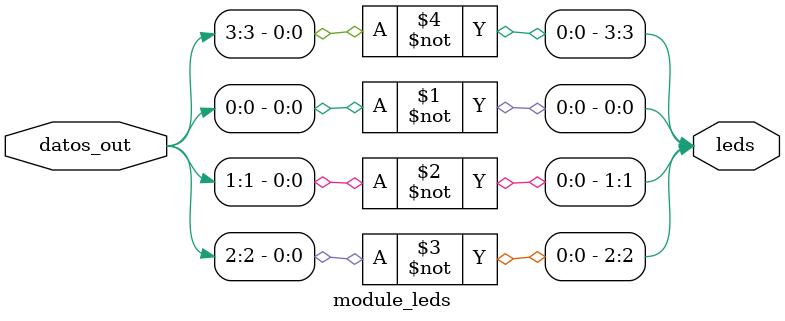
<source format=sv>
module module_leds (
    input  logic [3:0] datos_out, // datos originales corregidos (4 bits)
    output logic [3:0] leds       // 4 LEDs de la TangNano 9k
);

    // Mostrar los 4 bits en los LEDs (activos bajos en la mayoría de FPGAs)
    assign leds[0] = ~datos_out[0];
    assign leds[1] = ~datos_out[1];
    assign leds[2] = ~datos_out[2];
    assign leds[3] = ~datos_out[3];

endmodule
</source>
